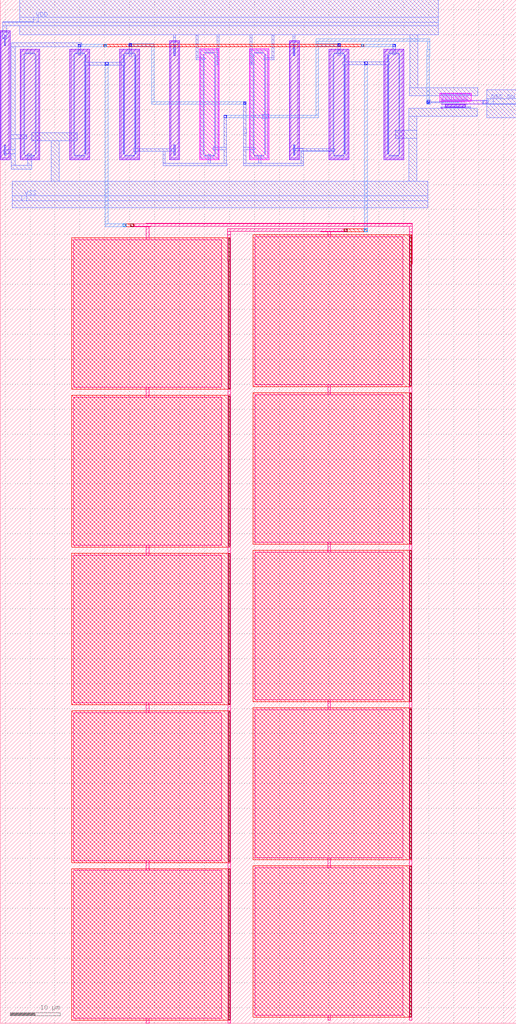
<source format=lef>
VERSION 5.7 ;
  NOWIREEXTENSIONATPIN ON ;
  DIVIDERCHAR "/" ;
  BUSBITCHARS "[]" ;
MACRO osc
  CLASS BLOCK ;
  FOREIGN osc ;
  ORIGIN -19.000 138.060 ;
  SIZE 103.500 BY 205.060 ;
  PIN osc_out
    ANTENNADIFFAREA 2.090400 ;
    PORT
      LAYER met1 ;
        RECT 116.900 46.200 117.900 47.200 ;
    END
  END osc_out
  PIN VDD
    ANTENNADIFFAREA 30.536200 ;
    PORT
      LAYER met1 ;
        RECT 25.700 62.500 26.700 63.500 ;
    END
  END VDD
  PIN VSS
    ANTENNADIFFAREA 17.975399 ;
    PORT
      LAYER met1 ;
        RECT 23.300 26.800 24.300 27.800 ;
    END
  END VSS
  OBS
      LAYER pwell ;
        RECT 19.000 35.000 21.010 60.820 ;
        RECT 23.000 35.000 26.960 57.100 ;
        RECT 33.000 35.000 36.960 57.100 ;
        RECT 43.000 35.000 46.960 57.100 ;
        RECT 53.000 35.000 55.010 58.820 ;
      LAYER nwell ;
        RECT 59.000 35.000 62.960 57.190 ;
        RECT 69.000 35.000 72.960 57.190 ;
      LAYER pwell ;
        RECT 77.000 35.000 79.010 58.820 ;
        RECT 85.000 35.000 88.960 57.100 ;
        RECT 96.000 35.000 99.960 57.100 ;
      LAYER nwell ;
        RECT 107.200 46.645 113.560 48.250 ;
      LAYER pwell ;
        RECT 108.335 45.445 112.285 46.125 ;
        RECT 107.540 45.255 107.710 45.425 ;
      LAYER li1 ;
        RECT 19.180 60.470 20.830 60.640 ;
        RECT 19.180 35.350 19.350 60.470 ;
        RECT 19.830 57.830 20.180 59.990 ;
        RECT 19.830 35.830 20.180 37.990 ;
        RECT 20.660 35.350 20.830 60.470 ;
        RECT 53.180 58.470 54.830 58.640 ;
        RECT 19.180 35.180 20.830 35.350 ;
        RECT 23.180 56.750 26.780 56.920 ;
        RECT 23.180 35.350 23.350 56.750 ;
        RECT 23.980 56.240 25.980 56.410 ;
        RECT 23.750 36.030 23.920 56.070 ;
        RECT 26.040 36.030 26.210 56.070 ;
        RECT 23.980 35.690 25.980 35.860 ;
        RECT 26.610 35.350 26.780 56.750 ;
        RECT 23.180 35.180 26.780 35.350 ;
        RECT 33.180 56.750 36.780 56.920 ;
        RECT 33.180 35.350 33.350 56.750 ;
        RECT 33.980 56.240 35.980 56.410 ;
        RECT 33.750 36.030 33.920 56.070 ;
        RECT 36.040 36.030 36.210 56.070 ;
        RECT 33.980 35.690 35.980 35.860 ;
        RECT 36.610 35.350 36.780 56.750 ;
        RECT 33.180 35.180 36.780 35.350 ;
        RECT 43.180 56.750 46.780 56.920 ;
        RECT 43.180 35.350 43.350 56.750 ;
        RECT 43.980 56.240 45.980 56.410 ;
        RECT 43.750 36.030 43.920 56.070 ;
        RECT 46.040 36.030 46.210 56.070 ;
        RECT 43.980 35.690 45.980 35.860 ;
        RECT 46.610 35.350 46.780 56.750 ;
        RECT 43.180 35.180 46.780 35.350 ;
        RECT 53.180 35.350 53.350 58.470 ;
        RECT 53.830 55.830 54.180 57.990 ;
        RECT 53.830 35.830 54.180 37.990 ;
        RECT 54.660 35.350 54.830 58.470 ;
        RECT 77.180 58.470 78.830 58.640 ;
        RECT 53.180 35.180 54.830 35.350 ;
        RECT 59.180 56.840 62.780 57.010 ;
        RECT 59.180 35.350 59.350 56.840 ;
        RECT 59.980 56.330 61.980 56.500 ;
        RECT 59.750 36.075 59.920 56.115 ;
        RECT 62.040 36.075 62.210 56.115 ;
        RECT 62.610 54.370 62.780 56.840 ;
        RECT 69.180 56.840 72.780 57.010 ;
        RECT 69.180 54.370 69.350 56.840 ;
        RECT 69.980 56.330 71.980 56.500 ;
        RECT 62.530 54.030 62.870 54.370 ;
        RECT 69.130 54.030 69.470 54.370 ;
        RECT 59.980 35.690 61.980 35.860 ;
        RECT 62.610 35.350 62.780 54.030 ;
        RECT 59.180 35.180 62.780 35.350 ;
        RECT 69.180 35.350 69.350 54.030 ;
        RECT 69.750 36.075 69.920 56.115 ;
        RECT 72.040 36.075 72.210 56.115 ;
        RECT 69.980 35.690 71.980 35.860 ;
        RECT 72.610 35.350 72.780 56.840 ;
        RECT 69.180 35.180 72.780 35.350 ;
        RECT 77.180 35.350 77.350 58.470 ;
        RECT 77.830 55.830 78.180 57.990 ;
        RECT 77.830 35.830 78.180 37.990 ;
        RECT 78.660 35.350 78.830 58.470 ;
        RECT 77.180 35.180 78.830 35.350 ;
        RECT 85.180 56.750 88.780 56.920 ;
        RECT 85.180 35.350 85.350 56.750 ;
        RECT 85.980 56.240 87.980 56.410 ;
        RECT 85.750 36.030 85.920 56.070 ;
        RECT 88.040 36.030 88.210 56.070 ;
        RECT 85.980 35.690 87.980 35.860 ;
        RECT 88.610 35.350 88.780 56.750 ;
        RECT 85.180 35.180 88.780 35.350 ;
        RECT 96.180 56.750 99.780 56.920 ;
        RECT 96.180 35.350 96.350 56.750 ;
        RECT 96.980 56.240 98.980 56.410 ;
        RECT 96.750 36.030 96.920 56.070 ;
        RECT 99.040 36.030 99.210 56.070 ;
        RECT 96.980 35.690 98.980 35.860 ;
        RECT 99.610 35.350 99.780 56.750 ;
        RECT 107.390 47.975 113.370 48.145 ;
        RECT 107.525 47.140 107.785 47.975 ;
        RECT 107.955 46.970 108.195 47.775 ;
        RECT 108.365 47.140 108.625 47.975 ;
        RECT 108.795 46.970 109.035 47.775 ;
        RECT 109.205 47.140 109.465 47.975 ;
        RECT 109.635 46.970 109.885 47.775 ;
        RECT 110.055 47.140 110.300 47.975 ;
        RECT 110.470 46.970 110.715 47.775 ;
        RECT 110.885 47.140 111.140 47.975 ;
        RECT 111.310 46.970 111.565 47.775 ;
        RECT 111.735 47.140 111.985 47.975 ;
        RECT 112.155 46.970 112.395 47.775 ;
        RECT 112.565 47.140 112.820 47.975 ;
        RECT 107.505 46.900 112.830 46.970 ;
        RECT 107.505 46.800 116.700 46.900 ;
        RECT 107.505 46.205 107.675 46.800 ;
        RECT 107.845 46.375 112.255 46.630 ;
        RECT 112.500 46.205 116.700 46.800 ;
        RECT 107.505 46.100 116.700 46.205 ;
        RECT 107.505 46.035 112.830 46.100 ;
        RECT 108.425 45.425 108.755 45.865 ;
        RECT 108.925 45.620 109.115 46.035 ;
        RECT 109.285 45.425 109.615 45.865 ;
        RECT 109.785 45.620 109.975 46.035 ;
        RECT 110.145 45.425 110.475 45.865 ;
        RECT 110.645 45.620 110.835 46.035 ;
        RECT 111.005 45.425 111.335 45.865 ;
        RECT 111.505 45.620 111.695 46.035 ;
        RECT 111.865 45.425 112.195 45.865 ;
        RECT 107.390 45.255 113.370 45.425 ;
        RECT 96.180 35.180 99.780 35.350 ;
      LAYER mcon ;
        RECT 19.910 57.915 20.100 59.900 ;
        RECT 19.910 35.920 20.100 37.905 ;
        RECT 24.060 56.240 25.900 56.410 ;
        RECT 23.750 36.110 23.920 55.990 ;
        RECT 26.040 36.110 26.210 55.990 ;
        RECT 24.060 35.690 25.900 35.860 ;
        RECT 34.060 56.240 35.900 56.410 ;
        RECT 33.750 36.110 33.920 55.990 ;
        RECT 36.040 36.110 36.210 55.990 ;
        RECT 34.060 35.690 35.900 35.860 ;
        RECT 44.060 56.240 45.900 56.410 ;
        RECT 43.750 36.110 43.920 55.990 ;
        RECT 46.040 36.110 46.210 55.990 ;
        RECT 44.060 35.690 45.900 35.860 ;
        RECT 53.910 55.915 54.100 57.900 ;
        RECT 53.910 35.920 54.100 37.905 ;
        RECT 60.060 56.330 61.900 56.500 ;
        RECT 59.750 36.155 59.920 56.035 ;
        RECT 62.040 36.155 62.210 56.035 ;
        RECT 70.060 56.330 71.900 56.500 ;
        RECT 62.530 54.030 62.870 54.370 ;
        RECT 69.130 54.030 69.470 54.370 ;
        RECT 60.060 35.690 61.900 35.860 ;
        RECT 69.750 36.155 69.920 56.035 ;
        RECT 72.040 36.155 72.210 56.035 ;
        RECT 70.060 35.690 71.900 35.860 ;
        RECT 77.910 55.915 78.100 57.900 ;
        RECT 77.910 35.920 78.100 37.905 ;
        RECT 86.060 56.240 87.900 56.410 ;
        RECT 85.750 36.110 85.920 55.990 ;
        RECT 88.040 36.110 88.210 55.990 ;
        RECT 86.060 35.690 87.900 35.860 ;
        RECT 97.060 56.240 98.900 56.410 ;
        RECT 96.750 36.110 96.920 55.990 ;
        RECT 99.040 36.110 99.210 55.990 ;
        RECT 97.060 35.690 98.900 35.860 ;
        RECT 107.535 47.975 107.705 48.145 ;
        RECT 107.995 47.975 108.165 48.145 ;
        RECT 108.455 47.975 108.625 48.145 ;
        RECT 108.915 47.975 109.085 48.145 ;
        RECT 109.375 47.975 109.545 48.145 ;
        RECT 109.835 47.975 110.005 48.145 ;
        RECT 110.295 47.975 110.465 48.145 ;
        RECT 110.755 47.975 110.925 48.145 ;
        RECT 111.215 47.975 111.385 48.145 ;
        RECT 111.675 47.975 111.845 48.145 ;
        RECT 112.135 47.975 112.305 48.145 ;
        RECT 112.595 47.975 112.765 48.145 ;
        RECT 113.055 47.975 113.225 48.145 ;
        RECT 110.815 46.415 110.985 46.585 ;
        RECT 115.930 46.130 116.670 46.870 ;
        RECT 107.535 45.255 107.705 45.425 ;
        RECT 107.995 45.255 108.165 45.425 ;
        RECT 108.455 45.255 108.625 45.425 ;
        RECT 108.915 45.255 109.085 45.425 ;
        RECT 109.375 45.255 109.545 45.425 ;
        RECT 109.835 45.255 110.005 45.425 ;
        RECT 110.295 45.255 110.465 45.425 ;
        RECT 110.755 45.255 110.925 45.425 ;
        RECT 111.215 45.255 111.385 45.425 ;
        RECT 111.675 45.255 111.845 45.425 ;
        RECT 112.135 45.255 112.305 45.425 ;
        RECT 112.595 45.255 112.765 45.425 ;
        RECT 113.055 45.255 113.225 45.425 ;
      LAYER met1 ;
        RECT 22.900 63.500 106.900 67.000 ;
        RECT 22.900 62.600 25.700 63.500 ;
        RECT 19.500 62.500 25.700 62.600 ;
        RECT 26.700 62.500 106.900 63.500 ;
        RECT 19.500 61.800 106.900 62.500 ;
        RECT 19.505 59.205 20.295 61.800 ;
        RECT 22.900 60.000 106.900 61.800 ;
        RECT 53.800 59.505 54.200 60.000 ;
        RECT 19.880 57.855 20.130 59.205 ;
        RECT 21.200 57.600 35.400 58.400 ;
        RECT 21.200 40.000 22.000 57.600 ;
        RECT 34.700 56.440 35.200 57.600 ;
        RECT 44.850 56.440 45.350 58.280 ;
        RECT 24.000 56.210 25.960 56.440 ;
        RECT 34.000 56.210 35.960 56.440 ;
        RECT 44.000 56.210 45.960 56.440 ;
        RECT 53.800 56.300 54.205 59.505 ;
        RECT 23.720 40.000 23.950 56.050 ;
        RECT 26.010 40.400 26.240 56.050 ;
        RECT 33.720 40.400 33.950 56.050 ;
        RECT 34.700 55.900 35.200 56.210 ;
        RECT 36.010 54.500 36.240 56.050 ;
        RECT 40.110 54.500 40.710 54.530 ;
        RECT 43.720 54.500 43.950 56.050 ;
        RECT 44.850 55.750 45.350 56.210 ;
        RECT 35.900 53.900 44.100 54.500 ;
        RECT 21.200 39.200 24.300 40.000 ;
        RECT 19.880 37.000 20.130 37.965 ;
        RECT 21.200 37.000 22.000 39.200 ;
        RECT 19.700 36.200 22.000 37.000 ;
        RECT 19.880 35.860 20.130 36.200 ;
        RECT 21.200 33.900 22.000 36.200 ;
        RECT 23.720 36.050 23.950 39.200 ;
        RECT 25.300 38.800 34.500 40.400 ;
        RECT 24.500 35.890 25.300 36.200 ;
        RECT 26.010 36.050 26.240 38.800 ;
        RECT 24.000 35.660 25.960 35.890 ;
        RECT 24.500 33.900 25.300 35.660 ;
        RECT 21.200 33.100 25.300 33.900 ;
        RECT 29.300 30.700 30.900 38.800 ;
        RECT 33.720 36.050 33.950 38.800 ;
        RECT 36.010 36.050 36.240 53.900 ;
        RECT 40.110 53.870 40.710 53.900 ;
        RECT 43.720 36.050 43.950 53.900 ;
        RECT 46.010 37.150 46.240 56.050 ;
        RECT 53.880 55.855 54.130 56.300 ;
        RECT 58.300 55.400 58.700 60.000 ;
        RECT 60.000 56.300 61.960 56.530 ;
        RECT 59.720 55.400 59.950 56.095 ;
        RECT 58.300 55.000 60.100 55.400 ;
        RECT 53.880 37.150 54.130 37.965 ;
        RECT 45.750 36.650 54.250 37.150 ;
        RECT 46.010 36.050 46.240 36.650 ;
        RECT 34.000 35.660 35.960 35.890 ;
        RECT 44.000 35.660 45.960 35.890 ;
        RECT 51.650 34.300 52.150 36.650 ;
        RECT 53.880 35.860 54.130 36.650 ;
        RECT 59.720 36.095 59.950 55.000 ;
        RECT 62.010 37.450 62.240 56.095 ;
        RECT 62.500 53.970 62.900 60.000 ;
        RECT 69.100 53.970 69.500 60.000 ;
        RECT 70.000 56.300 71.960 56.530 ;
        RECT 67.820 46.050 68.380 46.550 ;
        RECT 63.950 37.450 64.450 43.880 ;
        RECT 61.750 36.950 64.450 37.450 ;
        RECT 62.010 36.095 62.240 36.950 ;
        RECT 60.750 35.890 61.250 36.050 ;
        RECT 60.000 35.660 61.960 35.890 ;
        RECT 60.750 34.300 61.250 35.660 ;
        RECT 63.950 34.300 64.450 36.950 ;
        RECT 67.850 41.070 68.350 46.050 ;
        RECT 67.850 40.270 68.400 41.070 ;
        RECT 67.850 37.450 68.350 40.270 ;
        RECT 69.720 37.450 69.950 56.095 ;
        RECT 72.010 55.400 72.240 56.095 ;
        RECT 73.500 55.400 73.900 60.000 ;
        RECT 77.800 55.800 78.200 60.000 ;
        RECT 83.200 59.970 83.700 60.000 ;
        RECT 86.720 57.750 87.280 58.250 ;
        RECT 86.750 56.440 87.250 57.750 ;
        RECT 97.750 56.440 98.250 58.130 ;
        RECT 86.000 56.210 87.960 56.440 ;
        RECT 97.000 56.210 98.960 56.440 ;
        RECT 71.900 55.000 73.900 55.400 ;
        RECT 72.010 44.070 72.240 55.000 ;
        RECT 71.600 43.270 72.800 44.070 ;
        RECT 67.850 36.950 70.150 37.450 ;
        RECT 67.850 34.300 68.350 36.950 ;
        RECT 69.720 36.095 69.950 36.950 ;
        RECT 72.010 36.095 72.240 43.270 ;
        RECT 77.880 37.250 78.130 37.965 ;
        RECT 77.750 37.150 79.850 37.250 ;
        RECT 85.720 37.150 85.950 56.050 ;
        RECT 86.750 55.850 87.250 56.210 ;
        RECT 97.750 56.050 98.250 56.210 ;
        RECT 88.010 54.600 88.240 56.050 ;
        RECT 92.070 54.600 92.670 54.630 ;
        RECT 96.720 54.600 96.950 56.050 ;
        RECT 87.800 54.000 97.100 54.600 ;
        RECT 77.750 36.750 86.150 37.150 ;
        RECT 70.000 35.660 71.960 35.890 ;
        RECT 77.880 35.860 78.130 36.750 ;
        RECT 79.350 36.650 86.150 36.750 ;
        RECT 70.850 34.300 71.350 35.660 ;
        RECT 79.350 34.300 79.850 36.650 ;
        RECT 85.720 36.050 85.950 36.650 ;
        RECT 88.010 36.050 88.240 54.000 ;
        RECT 92.070 53.970 92.670 54.000 ;
        RECT 96.720 36.050 96.950 54.000 ;
        RECT 99.010 40.900 99.240 56.050 ;
        RECT 101.200 49.400 102.800 60.000 ;
        RECT 101.100 47.800 114.800 49.400 ;
        RECT 116.600 47.200 122.500 49.000 ;
        RECT 104.600 46.600 105.300 47.000 ;
        RECT 116.600 46.900 116.900 47.200 ;
        RECT 110.755 46.600 111.045 46.615 ;
        RECT 104.600 46.400 111.045 46.600 ;
        RECT 104.600 46.100 105.300 46.400 ;
        RECT 110.755 46.385 111.045 46.400 ;
        RECT 115.870 46.200 116.900 46.900 ;
        RECT 117.900 46.200 122.500 47.200 ;
        RECT 115.870 46.100 122.500 46.200 ;
        RECT 107.390 45.300 113.370 45.580 ;
        RECT 101.000 43.700 114.700 45.300 ;
        RECT 101.000 40.900 102.600 43.700 ;
        RECT 116.600 43.400 122.500 46.100 ;
        RECT 98.300 39.300 102.600 40.900 ;
        RECT 99.010 36.050 99.240 39.300 ;
        RECT 86.000 35.660 87.960 35.890 ;
        RECT 97.000 35.660 98.960 35.890 ;
        RECT 51.650 33.800 64.500 34.300 ;
        RECT 67.800 33.800 79.850 34.300 ;
        RECT 101.000 30.700 102.600 39.300 ;
        RECT 21.400 27.800 104.800 30.700 ;
        RECT 21.400 26.800 23.300 27.800 ;
        RECT 24.300 26.800 104.800 27.800 ;
        RECT 21.400 25.300 104.800 26.800 ;
      LAYER via ;
        RECT 34.700 57.600 35.200 58.100 ;
        RECT 44.850 57.750 45.350 58.250 ;
        RECT 40.110 53.900 40.710 54.500 ;
        RECT 67.850 46.050 68.350 46.550 ;
        RECT 63.950 43.350 64.450 43.850 ;
        RECT 86.750 57.750 87.250 58.250 ;
        RECT 97.750 57.600 98.250 58.100 ;
        RECT 92.070 54.000 92.670 54.600 ;
        RECT 104.650 46.250 105.150 46.750 ;
      LAYER met2 ;
        RECT 82.350 58.750 105.250 59.250 ;
        RECT 82.350 58.250 82.850 58.750 ;
        RECT 86.750 58.250 87.250 58.280 ;
        RECT 34.700 58.100 35.200 58.130 ;
        RECT 34.700 57.600 40.395 58.100 ;
        RECT 44.820 57.750 49.850 58.250 ;
        RECT 34.700 57.570 35.200 57.600 ;
        RECT 40.080 53.900 40.740 54.500 ;
        RECT 40.110 22.130 40.710 53.900 ;
        RECT 49.350 46.550 49.850 57.750 ;
        RECT 82.350 57.750 87.250 58.250 ;
        RECT 91.475 58.100 91.925 58.120 ;
        RECT 67.850 46.550 68.350 46.580 ;
        RECT 49.350 46.050 68.350 46.550 ;
        RECT 67.850 46.020 68.350 46.050 ;
        RECT 82.350 43.850 82.850 57.750 ;
        RECT 86.750 57.720 87.250 57.750 ;
        RECT 91.450 57.600 98.390 58.100 ;
        RECT 91.475 57.580 91.925 57.600 ;
        RECT 104.750 57.090 105.250 58.750 ;
        RECT 104.650 55.750 105.250 57.090 ;
        RECT 92.040 54.000 92.700 54.600 ;
        RECT 63.920 43.350 82.850 43.850 ;
        RECT 40.110 21.530 44.305 22.130 ;
        RECT 92.070 21.150 92.670 54.000 ;
        RECT 104.650 46.220 105.150 55.750 ;
        RECT 92.025 20.550 92.715 21.150 ;
      LAYER via2 ;
        RECT 39.850 57.600 40.350 58.100 ;
        RECT 91.475 57.625 91.925 58.075 ;
        RECT 43.660 21.530 44.260 22.130 ;
        RECT 92.070 20.550 92.670 21.150 ;
      LAYER met3 ;
        RECT 39.825 58.100 40.375 58.125 ;
        RECT 39.825 57.600 91.950 58.100 ;
        RECT 39.825 57.575 40.375 57.600 ;
        RECT 43.635 22.130 44.285 22.155 ;
        RECT 43.635 21.530 45.860 22.130 ;
        RECT 43.635 21.505 44.285 21.530 ;
        RECT 92.045 21.150 92.695 21.175 ;
        RECT 88.010 20.550 92.695 21.150 ;
        RECT 92.045 20.525 92.695 20.550 ;
        RECT 33.400 -11.060 65.260 19.340 ;
        RECT 69.780 -10.480 101.640 19.920 ;
        RECT 33.400 -42.660 65.260 -12.260 ;
        RECT 69.780 -42.080 101.640 -11.680 ;
        RECT 33.400 -74.260 65.260 -43.860 ;
        RECT 69.780 -73.680 101.640 -43.280 ;
        RECT 33.400 -105.860 65.260 -75.460 ;
        RECT 69.780 -105.280 101.640 -74.880 ;
        RECT 33.400 -137.460 65.260 -107.060 ;
        RECT 69.780 -136.880 101.640 -106.480 ;
      LAYER via3 ;
        RECT 45.230 21.530 45.830 22.130 ;
        RECT 88.040 20.550 88.640 21.150 ;
        RECT 64.840 -10.920 65.160 19.200 ;
        RECT 101.220 -10.340 101.540 19.780 ;
        RECT 64.840 -42.520 65.160 -12.400 ;
        RECT 101.220 -41.940 101.540 -11.820 ;
        RECT 64.840 -74.120 65.160 -44.000 ;
        RECT 101.220 -73.540 101.540 -43.420 ;
        RECT 64.840 -105.720 65.160 -75.600 ;
        RECT 101.220 -105.140 101.540 -75.020 ;
        RECT 64.840 -137.320 65.160 -107.200 ;
        RECT 101.220 -136.740 101.540 -106.620 ;
      LAYER met4 ;
        RECT 45.225 22.130 45.835 22.135 ;
        RECT 48.340 22.130 101.650 22.200 ;
        RECT 45.225 21.680 101.650 22.130 ;
        RECT 45.225 21.530 49.170 21.680 ;
        RECT 45.225 21.525 45.835 21.530 ;
        RECT 48.340 18.945 48.860 21.530 ;
        RECT 88.035 21.150 88.645 21.155 ;
        RECT 83.290 21.130 88.645 21.150 ;
        RECT 64.660 20.610 88.645 21.130 ;
        RECT 64.660 19.940 65.180 20.610 ;
        RECT 83.290 20.550 88.645 20.610 ;
        RECT 33.795 -10.665 63.405 18.945 ;
        RECT 64.660 14.670 65.260 19.940 ;
        RECT 84.720 19.525 85.240 20.550 ;
        RECT 88.035 20.545 88.645 20.550 ;
        RECT 101.130 20.520 101.650 21.680 ;
        RECT 48.340 -12.655 48.860 -10.665 ;
        RECT 33.795 -42.265 63.405 -12.655 ;
        RECT 48.340 -44.255 48.860 -42.265 ;
        RECT 33.795 -73.865 63.405 -44.255 ;
        RECT 48.340 -75.855 48.860 -73.865 ;
        RECT 33.795 -105.465 63.405 -75.855 ;
        RECT 48.340 -107.455 48.860 -105.465 ;
        RECT 33.795 -137.065 63.405 -107.455 ;
        RECT 48.340 -138.060 48.860 -137.065 ;
        RECT 64.740 -138.060 65.260 14.670 ;
        RECT 70.175 -10.085 99.785 19.525 ;
        RECT 101.120 14.060 101.650 20.520 ;
        RECT 84.720 -12.075 85.240 -10.085 ;
        RECT 70.175 -41.685 99.785 -12.075 ;
        RECT 84.720 -43.675 85.240 -41.685 ;
        RECT 70.175 -73.285 99.785 -43.675 ;
        RECT 84.720 -75.275 85.240 -73.285 ;
        RECT 70.175 -104.885 99.785 -75.275 ;
        RECT 84.720 -106.875 85.240 -104.885 ;
        RECT 70.175 -136.485 99.785 -106.875 ;
        RECT 84.720 -137.480 85.240 -136.485 ;
        RECT 101.120 -137.480 101.640 14.060 ;
  END
END osc
END LIBRARY


</source>
